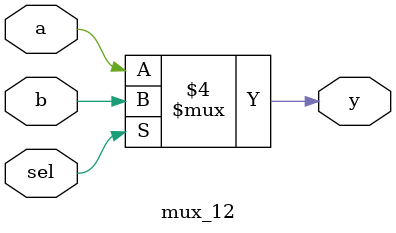
<source format=v>
`timescale 1ns / 1ps
 
module mux_12(
    input a,
    input b, 
    output reg y,
    input sel
    );
    
    always@(*)
    begin
       if( sel == 1'b0)
       begin
          y = a;
       end
       else
       begin
          y = b;
       end
    end
endmodule

</source>
